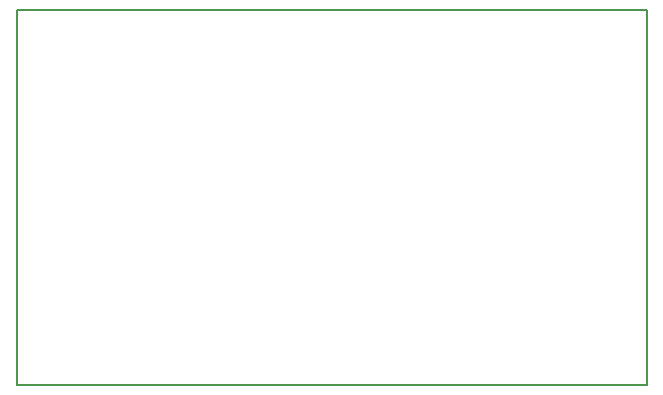
<source format=gm1>
G04 #@! TF.GenerationSoftware,KiCad,Pcbnew,no-vcs-found-104b606~61~ubuntu17.10.1*
G04 #@! TF.CreationDate,2018-02-15T12:11:00+01:00*
G04 #@! TF.ProjectId,arduino_isp_shield,61726475696E6F5F6973705F73686965,rev?*
G04 #@! TF.SameCoordinates,Original*
G04 #@! TF.FileFunction,Profile,NP*
%FSLAX46Y46*%
G04 Gerber Fmt 4.6, Leading zero omitted, Abs format (unit mm)*
G04 Created by KiCad (PCBNEW no-vcs-found-104b606~61~ubuntu17.10.1) date Thu Feb 15 12:11:00 2018*
%MOMM*%
%LPD*%
G01*
G04 APERTURE LIST*
%ADD10C,0.150000*%
G04 APERTURE END LIST*
D10*
X171450000Y-110490000D02*
X171450000Y-109855000D01*
X118110000Y-110490000D02*
X171450000Y-110490000D01*
X118110000Y-109855000D02*
X118110000Y-110490000D01*
X118110000Y-78740000D02*
X118110000Y-109855000D01*
X171450000Y-78740000D02*
X118110000Y-78740000D01*
X171450000Y-109855000D02*
X171450000Y-78740000D01*
M02*

</source>
